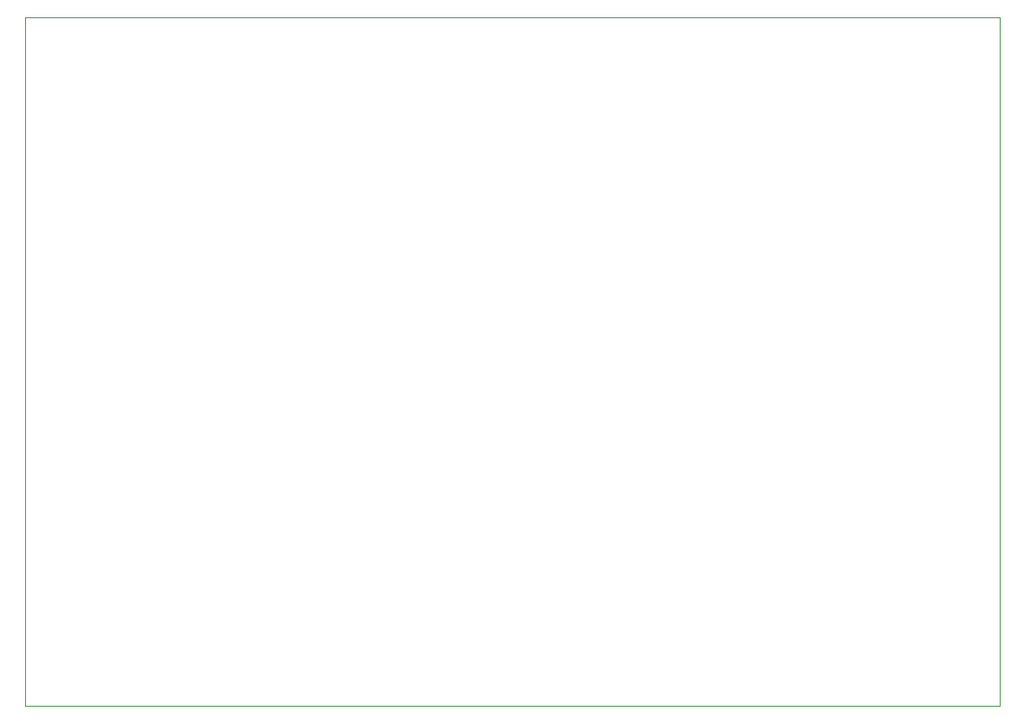
<source format=gbr>
%TF.GenerationSoftware,KiCad,Pcbnew,7.0.5-0*%
%TF.CreationDate,2023-06-24T13:37:05+02:00*%
%TF.ProjectId,spoje_pcb,73706f6a-655f-4706-9362-2e6b69636164,rev?*%
%TF.SameCoordinates,Original*%
%TF.FileFunction,Profile,NP*%
%FSLAX46Y46*%
G04 Gerber Fmt 4.6, Leading zero omitted, Abs format (unit mm)*
G04 Created by KiCad (PCBNEW 7.0.5-0) date 2023-06-24 13:37:05*
%MOMM*%
%LPD*%
G01*
G04 APERTURE LIST*
%TA.AperFunction,Profile*%
%ADD10C,0.100000*%
%TD*%
G04 APERTURE END LIST*
D10*
X95250000Y-48260000D02*
X190500000Y-48260000D01*
X190500000Y-115570000D01*
X95250000Y-115570000D01*
X95250000Y-48260000D01*
M02*

</source>
